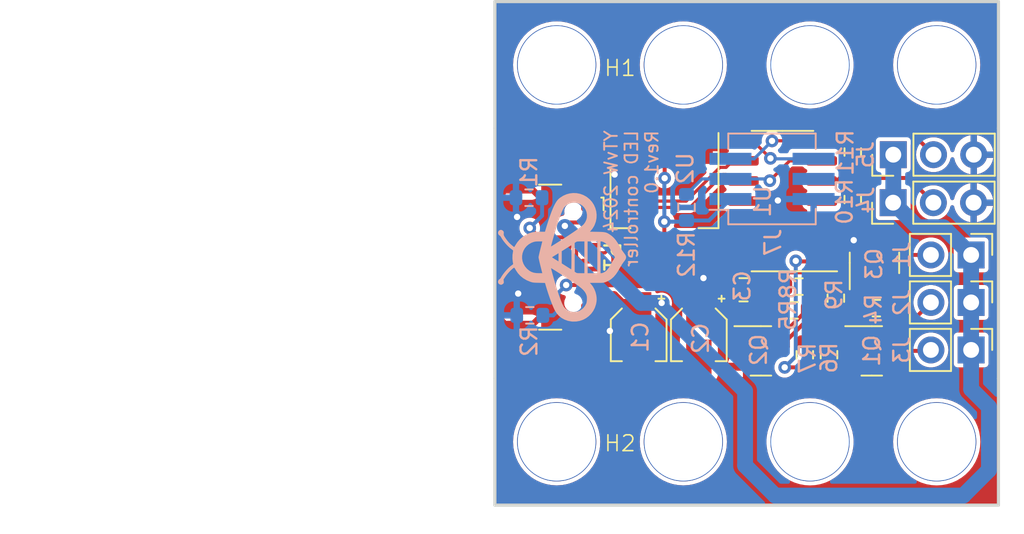
<source format=kicad_pcb>
(kicad_pcb (version 20221018) (generator pcbnew)
  (layers (0 "F.Cu" signal) (31 "B.Cu" signal) (34 "B.Paste" user) (35 "F.Paste" user) (36 "B.SilkS" user "B.Silkscreen") (37 "F.SilkS" user "F.Silkscreen") (38 "B.Mask" user) (39 "F.Mask" user) (44 "Edge.Cuts" user))
  (net 0 "")
  (net 1 "GND")
  (net 2 "+3V3")
  (net 3 "+5V")
  (net 4 "Net-(J1-Pin_2)")
  (net 5 "Net-(J2-Pin_2)")
  (net 6 "Net-(J3-Pin_2)")
  (net 7 "Net-(J4-Pin_2)")
  (net 8 "Net-(J5-Pin_2)")
  (net 9 "Net-(Q1-B)")
  (net 10 "Net-(P1-CC1)")
  (net 11 "Net-(Q2-B)")
  (net 12 "Net-(P1-CC2)")
  (net 13 "Net-(Q3-B)")
  (net 14 "/LED3")
  (net 15 "/LED2")
  (net 16 "/LED1")
  (net 17 "/DL1")
  (net 18 "/DL2")
  (net 21 "Net-(J7-Pin_2)")
  (net 22 "Net-(J7-Pin_3)")
  (net 23 "Net-(J7-Pin_4)")
  (net 25 "/USB_N")
  (net 26 "/USB_P")
  (footprint "Resistor_SMD:R_0603_1608Metric" (layer "F.Cu") (at 202.6 81.5 -90)
    (fp_text reference "R11" (at 0.04 0.47 90) (layer "B.SilkS") (effects (justify mirror)))
    (fp_text value "470")
    (pad "1" smd roundrect (at -0.825 0 270) (size 0.8 0.95) (layers "F.Cu" "F.Paste" "F.Mask") (net 8 "Net-(J5-Pin_2)"))
    (pad "2" smd roundrect (at 0.825 0 270) (size 0.8 0.95) (layers "F.Cu" "F.Paste" "F.Mask") (net 18 "/DL2"))
  )
  (footprint "Capacitor_SMD:CP_Elec_3x5.3" (layer "F.Cu") (at 189.08 92.95 -90)
    (fp_text reference "C1" (at 0.24 -0.1 90) (layer "B.SilkS") (effects (justify mirror)))
    (fp_text value "10u")
    (pad "1" smd rect (at -1.5 0 270) (size 2.2 1.6) (layers "F.Cu" "F.Paste" "F.Mask") (net 3 "+5V"))
    (pad "2" smd rect (at 1.5 0 270) (size 2.2 1.6) (layers "F.Cu" "F.Paste" "F.Mask") (net 1 "GND"))
  )
  (footprint "Resistor_SMD:R_0603_1608Metric" (layer "F.Cu") (at 199.57 94.305 -90)
    (fp_text reference "R7" (at 0.215 -0.17 90) (layer "B.SilkS") (effects (justify mirror)))
    (fp_text value "1k")
    (pad "1" smd roundrect (at -0.825 0 270) (size 0.8 0.95) (layers "F.Cu" "F.Paste" "F.Mask") (net 9 "Net-(Q1-B)"))
    (pad "2" smd roundrect (at 0.825 0 270) (size 0.8 0.95) (layers "F.Cu" "F.Paste" "F.Mask") (net 14 "/LED3"))
  )
  (footprint "Connector_PinHeader_2.54mm:PinHeader_1x02_P2.54mm_Vertical" (layer "F.Cu") (at 210.075 88 -90)
    (fp_text reference "J1" (at 0 4.375 90) (layer "B.SilkS") (effects (justify mirror)))
    (fp_text value "Conn_01x02")
    (pad "1" thru_hole rect (at 0 0 270) (size 1.7 1.7) (drill 1) (layers "*.Cu" "*.Mask") (net 3 "+5V"))
    (pad "2" thru_hole oval (at 0 2.54 270) (size 1.7 1.7) (drill 1) (layers "*.Cu" "*.Mask") (net 4 "Net-(J1-Pin_2)"))
  )
  (footprint "Package_SO:SOIC-14_3.9x8.7mm_P1.27mm" (layer "F.Cu") (at 198.16 84.6 180)
    (fp_text reference "U1" (at 1.25 -0.02 90) (layer "B.SilkS") (effects (justify mirror)))
    (fp_text value "ATSAMD11C14A-SS")
    (pad "1" smd roundrect (at -2.475 -3.81 180) (size 1.95 0.6) (layers "F.Cu" "F.Paste" "F.Mask") (net 14 "/LED3"))
    (pad "2" smd roundrect (at -2.475 -2.54 180) (size 1.95 0.6) (layers "F.Cu" "F.Paste" "F.Mask"))
    (pad "3" smd roundrect (at -2.475 -1.27 180) (size 1.95 0.6) (layers "F.Cu" "F.Paste" "F.Mask"))
    (pad "4" smd roundrect (at -2.475 0 180) (size 1.95 0.6) (layers "F.Cu" "F.Paste" "F.Mask") (net 17 "/DL1"))
    (pad "5" smd roundrect (at -2.475 1.27 180) (size 1.95 0.6) (layers "F.Cu" "F.Paste" "F.Mask") (net 18 "/DL2"))
    (pad "6" smd roundrect (at -2.475 2.54 180) (size 1.95 0.6) (layers "F.Cu" "F.Paste" "F.Mask") (net 21 "Net-(J7-Pin_2)"))
    (pad "7" smd roundrect (at -2.475 3.81 180) (size 1.95 0.6) (layers "F.Cu" "F.Paste" "F.Mask") (net 22 "Net-(J7-Pin_3)"))
    (pad "8" smd roundrect (at 2.475 3.81 180) (size 1.95 0.6) (layers "F.Cu" "F.Paste" "F.Mask") (net 23 "Net-(J7-Pin_4)"))
    (pad "9" smd roundrect (at 2.475 2.54 180) (size 1.95 0.6) (layers "F.Cu" "F.Paste" "F.Mask") (net 25 "/USB_N"))
    (pad "10" smd roundrect (at 2.475 1.27 180) (size 1.95 0.6) (layers "F.Cu" "F.Paste" "F.Mask") (net 26 "/USB_P"))
    (pad "11" smd roundrect (at 2.475 0 180) (size 1.95 0.6) (layers "F.Cu" "F.Paste" "F.Mask") (net 1 "GND"))
    (pad "12" smd roundrect (at 2.475 -1.27 180) (size 1.95 0.6) (layers "F.Cu" "F.Paste" "F.Mask") (net 2 "+3V3"))
    (pad "13" smd roundrect (at 2.475 -2.54 180) (size 1.95 0.6) (layers "F.Cu" "F.Paste" "F.Mask") (net 16 "/LED1"))
    (pad "14" smd roundrect (at 2.475 -3.81 180) (size 1.95 0.6) (layers "F.Cu" "F.Paste" "F.Mask") (net 15 "/LED2"))
  )
  (footprint "Resistor_SMD:R_0603_1608Metric" (layer "F.Cu") (at 198.9 91.5)
    (fp_text reference "R5" (at -0.4 0.3 90) (layer "B.SilkS") (effects (justify mirror)))
    (fp_text value "10k" hide)
    (pad "1" smd roundrect (at -0.825 0) (size 0.8 0.95) (layers "F.Cu" "F.Paste" "F.Mask") (net 1 "GND"))
    (pad "2" smd roundrect (at 0.825 0) (size 0.8 0.95) (layers "F.Cu" "F.Paste" "F.Mask") (net 11 "Net-(Q2-B)"))
  )
  (footprint "Lego:LEGO 4Studs" (layer "F.Cu") (at 185 80)
    (fp_text reference "H1" (at 2.9 -3.8 unlocked) (layer "F.SilkS") (effects (font (thickness 0.1))))
    (fp_text value "MountingHole")
    (pad "" np_thru_hole circle locked (at -1.1 -4) (size 5 5) (drill 4.9) (layers "F&B.Cu" "*.Mask"))
    (pad "" np_thru_hole circle locked (at 6.9 -4) (size 5 5) (drill 4.9) (layers "F&B.Cu" "*.Mask"))
    (pad "" np_thru_hole circle locked (at 14.9 -4) (size 5 5) (drill 4.9) (layers "F&B.Cu" "*.Mask"))
    (pad "" np_thru_hole circle locked (at 22.9 -4) (size 5 5) (drill 4.9) (layers "F&B.Cu" "*.Mask"))
  )
  (footprint "Connector_USB:USB_C_Receptacle_GCT_USB4110" (layer "F.Cu") (at 182.35 88.14 -90)
    (fp_text reference "P1" (at 0 -5.015 -90 unlocked) (layer "F.SilkS"))
    (fp_text value "USB_C_Plug_USB2.0")
    (pad "" np_thru_hole circle (at -2.89 -2.605 270) (size 0.65 0.65) (drill 0.65) (layers "F&B.Cu" "*.Mask"))
    (pad "" np_thru_hole circle (at 2.89 -2.605 270) (size 0.65 0.65) (drill 0.65) (layers "F&B.Cu" "*.Mask"))
    (pad "A1" smd roundrect (at -3.2 -3.68 270) (size 0.6 1.15) (layers "F.Cu" "F.Paste" "F.Mask") (net 1 "GND"))
    (pad "A4" smd roundrect (at -2.4 -3.68 270) (size 0.6 1.15) (layers "F.Cu" "F.Paste" "F.Mask") (net 3 "+5V"))
    (pad "A5" smd roundrect (at -1.25 -3.68 270) (size 0.3 1.15) (layers "F.Cu" "F.Paste" "F.Mask") (net 10 "Net-(P1-CC1)"))
    (pad "A6" smd roundrect (at -0.25 -3.68 270) (size 0.3 1.15) (layers "F.Cu" "F.Paste" "F.Mask") (net 26 "/USB_P"))
    (pad "A7" smd roundrect (at 0.25 -3.68 270) (size 0.3 1.15) (layers "F.Cu" "F.Paste" "F.Mask") (net 25 "/USB_N"))
    (pad "A8" smd roundrect (at 1.25 -3.68 270) (size 0.3 1.15) (layers "F.Cu" "F.Paste" "F.Mask"))
    (pad "A9" smd roundrect (at 2.4 -3.68 270) (size 0.6 1.15) (layers "F.Cu" "F.Paste" "F.Mask") (net 3 "+5V"))
    (pad "A12" smd roundrect (at 3.2 -3.68 270) (size 0.6 1.15) (layers "F.Cu" "F.Paste" "F.Mask") (net 1 "GND"))
    (pad "B1" smd roundrect (at 3.2 -3.68 270) (size 0.6 1.15) (layers "F.Cu" "F.Paste" "F.Mask") (net 1 "GND"))
    (pad "B4" smd roundrect (at 2.4 -3.68 270) (size 0.6 1.15) (layers "F.Cu" "F.Paste" "F.Mask") (net 3 "+5V"))
    (pad "B5" smd roundrect (at 1.75 -3.68 270) (size 0.3 1.15) (layers "F.Cu" "F.Paste" "F.Mask") (net 12 "Net-(P1-CC2)"))
    (pad "B6" smd roundrect (at 0.75 -3.68 270) (size 0.3 1.15) (layers "F.Cu" "F.Paste" "F.Mask") (net 26 "/USB_P"))
    (pad "B7" smd roundrect (at -0.75 -3.68 270) (size 0.3 1.15) (layers "F.Cu" "F.Paste" "F.Mask") (net 25 "/USB_N"))
    (pad "B8" smd roundrect (at -1.75 -3.68 270) (size 0.3 1.15) (layers "F.Cu" "F.Paste" "F.Mask"))
    (pad "B9" smd roundrect (at -2.4 -3.68 270) (size 0.6 1.15) (layers "F.Cu" "F.Paste" "F.Mask") (net 3 "+5V"))
    (pad "B12" smd roundrect (at -3.2 -3.68 270) (size 0.6 1.15) (layers "F.Cu" "F.Paste" "F.Mask") (net 1 "GND"))
    (pad "S1" smd roundrect (at -5.11 -3.105 270) (size 2.18 2) (layers "F.Cu" "F.Paste" "F.Mask") (roundrect_rratio 0.125) (net 1 "GND"))
    (pad "S1" smd roundrect (at -5.11 0.825 270) (size 2.18 2) (layers "F.Cu" "F.Paste" "F.Mask") (roundrect_rratio 0.125) (net 1 "GND"))
    (pad "S1" smd roundrect (at 5.11 -3.105 270) (size 2.18 2) (layers "F.Cu" "F.Paste" "F.Mask") (roundrect_rratio 0.125) (net 1 "GND"))
    (pad "S1" smd roundrect (at 5.11 0.825 270) (size 2.18 2) (layers "F.Cu" "F.Paste" "F.Mask") (roundrect_rratio 0.125) (net 1 "GND"))
  )
  (footprint "Connector_PinHeader_2.54mm:PinHeader_1x02_P2.54mm_Vertical" (layer "F.Cu") (at 210.075 94 -90)
    (fp_text reference "J3" (at 0 4.375 90) (layer "B.SilkS") (effects (justify mirror)))
    (fp_text value "Conn_01x02")
    (pad "1" thru_hole rect (at 0 0 270) (size 1.7 1.7) (drill 1) (layers "*.Cu" "*.Mask") (net 3 "+5V"))
    (pad "2" thru_hole oval (at 0 2.54 270) (size 1.7 1.7) (drill 1) (layers "*.Cu" "*.Mask") (net 6 "Net-(J3-Pin_2)"))
  )
  (footprint "Package_TO_SOT_SMD:SOT-23" (layer "F.Cu") (at 203.97 88.5 90)
    (fp_text reference "Q3" (at -0.07 -0.03 90) (layer "B.SilkS") (effects (justify mirror)))
    (fp_text value "BC847W")
    (pad "1" smd roundrect (at -0.9375 -0.95 90) (size 1.475 0.6) (layers "F.Cu" "F.Paste" "F.Mask") (net 13 "Net-(Q3-B)"))
    (pad "2" smd roundrect (at -0.9375 0.95 90) (size 1.475 0.6) (layers "F.Cu" "F.Paste" "F.Mask") (net 1 "GND"))
    (pad "3" smd roundrect (at 0.9375 0 90) (size 1.475 0.6) (layers "F.Cu" "F.Paste" "F.Mask") (net 4 "Net-(J1-Pin_2)"))
  )
  (footprint "Resistor_SMD:R_0603_1608Metric" (layer "F.Cu") (at 201.53 90.73 90)
    (fp_text reference "R9" (at 0.22 -0.11 90) (layer "B.SilkS") (effects (justify mirror)))
    (fp_text value "1k" hide)
    (pad "1" smd roundrect (at -0.825 0 90) (size 0.8 0.95) (layers "F.Cu" "F.Paste" "F.Mask") (net 13 "Net-(Q3-B)"))
    (pad "2" smd roundrect (at 0.825 0 90) (size 0.8 0.95) (layers "F.Cu" "F.Paste" "F.Mask") (net 16 "/LED1"))
  )
  (footprint "Resistor_SMD:R_0603_1608Metric" (layer "F.Cu") (at 202.6 84.5 -90)
    (fp_text reference "R10" (at 0.13 0.52 90) (layer "B.SilkS") (effects (justify mirror)))
    (fp_text value "470")
    (pad "1" smd roundrect (at -0.825 0 270) (size 0.8 0.95) (layers "F.Cu" "F.Paste" "F.Mask") (net 7 "Net-(J4-Pin_2)"))
    (pad "2" smd roundrect (at 0.825 0 270) (size 0.8 0.95) (layers "F.Cu" "F.Paste" "F.Mask") (net 17 "/DL1"))
  )
  (footprint "Capacitor_SMD:C_0805_2012Metric" (layer "F.Cu") (at 195.7 90.2 180)
    (fp_text reference "C3" (at 0.08 0.24 90) (layer "B.SilkS") (effects (justify mirror)))
    (fp_text value "100n" hide)
    (pad "1" smd roundrect (at -0.95 0 180) (size 1 1.45) (layers "F.Cu" "F.Paste" "F.Mask") (net 1 "GND"))
    (pad "2" smd roundrect (at 0.95 0 180) (size 1 1.45) (layers "F.Cu" "F.Paste" "F.Mask") (net 2 "+3V3"))
  )
  (footprint "Resistor_SMD:R_0603_1608Metric" (layer "F.Cu") (at 199.2 90 180)
    (fp_text reference "R8" (at 0.685 0.18 90) (layer "B.SilkS") (effects (justify mirror)))
    (fp_text value "1k")
    (pad "1" smd roundrect (at -0.825 0 180) (size 0.8 0.95) (layers "F.Cu" "F.Paste" "F.Mask") (net 11 "Net-(Q2-B)"))
    (pad "2" smd roundrect (at 0.825 0 180) (size 0.8 0.95) (layers "F.Cu" "F.Paste" "F.Mask") (net 15 "/LED2"))
  )
  (footprint "Package_TO_SOT_SMD:SOT-23" (layer "F.Cu") (at 196.8 94.06)
    (fp_text reference "Q2" (at -0.15 -0.06 -90) (layer "B.SilkS") (effects (justify mirror)))
    (fp_text value "BC847W")
    (pad "1" smd roundrect (at -0.9375 -0.95) (size 1.475 0.6) (layers "F.Cu" "F.Paste" "F.Mask") (net 11 "Net-(Q2-B)"))
    (pad "2" smd roundrect (at -0.9375 0.95) (size 1.475 0.6) (layers "F.Cu" "F.Paste" "F.Mask") (net 1 "GND"))
    (pad "3" smd roundrect (at 0.9375 0) (size 1.475 0.6) (layers "F.Cu" "F.Paste" "F.Mask") (net 5 "Net-(J2-Pin_2)"))
  )
  (footprint "Connector_PinHeader_2.54mm:PinHeader_1x03_P2.54mm_Vertical" (layer "F.Cu") (at 205.15 84.7 90)
    (fp_text reference "J4" (at 0.162742 -1.72 90) (layer "B.SilkS") (effects (justify mirror)))
    (fp_text value "Conn_01x03")
    (pad "1" thru_hole rect (at 0 0 90) (size 1.7 1.7) (drill 1) (layers "*.Cu" "*.Mask") (net 3 "+5V"))
    (pad "2" thru_hole oval (at 0 2.54 90) (size 1.7 1.7) (drill 1) (layers "*.Cu" "*.Mask") (net 7 "Net-(J4-Pin_2)"))
    (pad "3" thru_hole oval (at 0 5.08 90) (size 1.7 1.7) (drill 1) (layers "*.Cu" "*.Mask") (net 1 "GND"))
  )
  (footprint "Resistor_SMD:R_0603_1608Metric" (layer "F.Cu") (at 204.09 91.36 180)
    (fp_text reference "R4" (at 0.18 -0.07 90) (layer "B.SilkS") (effects (justify mirror)))
    (fp_text value "10k")
    (pad "1" smd roundrect (at -0.825 0 180) (size 0.8 0.95) (layers "F.Cu" "F.Paste" "F.Mask") (net 1 "GND"))
    (pad "2" smd roundrect (at 0.825 0 180) (size 0.8 0.95) (layers "F.Cu" "F.Paste" "F.Mask") (net 13 "Net-(Q3-B)"))
  )
  (footprint "Lego:LEGO 4Studs" (layer "F.Cu") (at 185 103.8)
    (fp_text reference "H2" (at 2.9 -3.9 unlocked) (layer "F.SilkS") (effects (font (thickness 0.1))))
    (fp_text value "MountingHole")
    (pad "" np_thru_hole circle locked (at -1.1 -4) (size 5 5) (drill 4.9) (layers "F&B.Cu" "*.Mask"))
    (pad "" np_thru_hole circle locked (at 6.9 -4) (size 5 5) (drill 4.9) (layers "F&B.Cu" "*.Mask"))
    (pad "" np_thru_hole circle locked (at 14.9 -4) (size 5 5) (drill 4.9) (layers "F&B.Cu" "*.Mask"))
    (pad "" np_thru_hole circle locked (at 22.9 -4) (size 5 5) (drill 4.9) (layers "F&B.Cu" "*.Mask"))
  )
  (footprint "Connector_PinHeader_2.54mm:PinHeader_1x03_P2.54mm_Vertical" (layer "F.Cu") (at 205.16 81.67 90)
    (fp_text reference "J5" (at 0 -1.76 90) (layer "B.SilkS") (effects (justify mirror)))
    (fp_text value "Conn_01x03")
    (pad "1" thru_hole rect (at 0 0 90) (size 1.7 1.7) (drill 1) (layers "*.Cu" "*.Mask") (net 3 "+5V"))
    (pad "2" thru_hole oval (at 0 2.54 90) (size 1.7 1.7) (drill 1) (layers "*.Cu" "*.Mask") (net 8 "Net-(J5-Pin_2)"))
    (pad "3" thru_hole oval (at 0 5.08 90) (size 1.7 1.7) (drill 1) (layers "*.Cu" "*.Mask") (net 1 "GND"))
  )
  (footprint "Connector_PinHeader_2.54mm:PinHeader_1x02_P2.54mm_Vertical" (layer "F.Cu") (at 210.075 91 -90)
    (fp_text reference "J2" (at 0 4.375 90) (layer "B.SilkS") (effects (justify mirror)))
    (fp_text value "Conn_01x02")
    (pad "1" thru_hole rect (at 0 0 270) (size 1.7 1.7) (drill 1) (layers "*.Cu" "*.Mask") (net 3 "+5V"))
    (pad "2" thru_hole oval (at 0 2.54 270) (size 1.7 1.7) (drill 1) (layers "*.Cu" "*.Mask") (net 5 "Net-(J2-Pin_2)"))
  )
  (footprint "Package_TO_SOT_SMD:SOT-23" (layer "F.Cu") (at 203.8 94.06)
    (fp_text reference "Q1" (at 0 -0.01 -90) (layer "B.SilkS") (effects (justify mirror)))
    (fp_text value "BC847W")
    (pad "1" smd roundrect (at -0.9375 -0.95) (size 1.475 0.6) (layers "F.Cu" "F.Paste" "F.Mask") (net 9 "Net-(Q1-B)"))
    (pad "2" smd roundrect (at -0.9375 0.95) (size 1.475 0.6) (layers "F.Cu" "F.Paste" "F.Mask") (net 1 "GND"))
    (pad "3" smd roundrect (at 0.9375 0) (size 1.475 0.6) (layers "F.Cu" "F.Paste" "F.Mask") (net 6 "Net-(J3-Pin_2)"))
  )
  (footprint "Package_TO_SOT_SMD:SOT-223-3_TabPin2" (layer "F.Cu") (at 190.71 84.4 -90)
    (fp_text reference "U2" (at -1.87 -1.31 90) (layer "B.SilkS") (effects (justify mirror)))
    (fp_text value "AMS1117-3.3")
    (pad "1" smd rect (at -3.15 -2.3 270) (size 2 1.5) (layers "F.Cu" "F.Paste" "F.Mask") (net 1 "GND"))
    (pad "2" smd rect (at -3.15 0 270) (size 2 1.5) (layers "F.Cu" "F.Paste" "F.Mask") (net 2 "+3V3"))
    (pad "2" smd rect (at 3.15 0 270) (size 2 3.8) (layers "F.Cu" "F.Paste" "F.Mask") (net 2 "+3V3"))
    (pad "3" smd rect (at -3.15 2.3 270) (size 2 1.5) (layers "F.Cu" "F.Paste" "F.Mask") (net 3 "+5V"))
  )
  (footprint "Resistor_SMD:R_0603_1608Metric" (layer "F.Cu") (at 201.1 94.3 90)
    (fp_text reference "R6" (at -0.2 0 90) (layer "B.SilkS") (effects (justify mirror)))
    (fp_text value "10k")
    (pad "1" smd roundrect (at -0.825 0 90) (size 0.8 0.95) (layers "F.Cu" "F.Paste" "F.Mask") (net 1 "GND"))
    (pad "2" smd roundrect (at 0.825 0 90) (size 0.8 0.95) (layers "F.Cu" "F.Paste" "F.Mask") (net 9 "Net-(Q1-B)"))
  )
  (footprint "Capacitor_SMD:CP_Elec_3x5.3" (layer "F.Cu") (at 192.88 92.95 -90)
    (fp_text reference "C2" (at 0.32 -0.11 90) (layer "B.SilkS") (effects (justify mirror)))
    (fp_text value "22u")
    (pad "1" smd rect (at -1.5 0 270) (size 2.2 1.6) (layers "F.Cu" "F.Paste" "F.Mask") (net 2 "+3V3"))
    (pad "2" smd rect (at 1.5 0 270) (size 2.2 1.6) (layers "F.Cu" "F.Paste" "F.Mask") (net 1 "GND"))
  )
  (footprint "Resistor_SMD:R_0603_1608Metric" (layer "B.Cu") (at 182.155 84.385 180)
    (fp_text reference "R1" (at 0 1.63 -90) (layer "B.SilkS") (effects (justify mirror)))
    (fp_text value "5k1")
    (pad "1" smd roundrect (at -0.825 0 180) (size 0.8 0.95) (layers "B.Cu" "B.Paste" "B.Mask") (net 10 "Net-(P1-CC1)"))
    (pad "2" smd roundrect (at 0.825 0 180) (size 0.8 0.95) (layers "B.Cu" "B.Paste" "B.Mask") (net 1 "GND"))
  )
  (footprint "Custom:bee logo small" (layer "B.Cu") (at 184.24 88.15 -90)
    (fp_text reference "G***" hide)
    (fp_text value "LOGO" hide)
  )
  (footprint "Resistor_SMD:R_0603_1608Metric" (layer "B.Cu") (at 182.205 91.815 180)
    (fp_text reference "R2" (at 0.045 -1.635 -90) (layer "B.SilkS") (effects (justify mirror)))
    (fp_text value "5k1")
    (pad "1" smd roundrect (at -0.825 0 180) (size 0.8 0.95) (layers "B.Cu" "B.Paste" "B.Mask") (net 12 "Net-(P1-CC2)"))
    (pad "2" smd roundrect (at 0.825 0 180) (size 0.8 0.95) (layers "B.Cu" "B.Paste" "B.Mask") (net 1 "GND"))
  )
  (footprint "Resistor_SMD:R_0603_1608Metric" (layer "B.Cu") (at 192.1 85 90)
    (fp_text reference "R12" (at -2.98 0 90) (layer "B.SilkS") (effects (justify mirror)))
    (fp_text value "5k1")
    (pad "1" smd roundrect (at -0.825 0 90) (size 0.8 0.95) (layers "B.Cu" "B.Paste" "B.Mask") (net 2 "+3V3"))
    (pad "2" smd roundrect (at 0.825 0 90) (size 0.8 0.95) (layers "B.Cu" "B.Paste" "B.Mask") (net 21 "Net-(J7-Pin_2)"))
  )
  (footprint "Button_Switch_SMD:SW_DIP_SPSTx03_Slide_KingTek_DSHP03TJ_W5.25mm_P1.27mm_JPin" (layer "B.Cu") (at 197.5 83.2)
    (fp_text reference "J7" (at 0.06 4.005 90) (layer "B.SilkS") (effects (justify mirror)))
    (fp_text value "Conn_01x06_Pin")
    (pad "1" smd rect (at -2.625 1.27) (size 2.65 0.76) (layers "B.Cu" "B.Paste" "B.Mask") (net 2 "+3V3"))
    (pad "2" smd rect (at -2.625 0) (size 2.65 0.76) (layers "B.Cu" "B.Paste" "B.Mask") (net 21 "Net-(J7-Pin_2)"))
    (pad "3" smd rect (at -2.625 -1.27) (size 2.65 0.76) (layers "B.Cu" "B.Paste" "B.Mask") (net 22 "Net-(J7-Pin_3)"))
    (pad "4" smd rect (at 2.625 -1.27) (size 2.65 0.76) (layers "B.Cu" "B.Paste" "B.Mask") (net 23 "Net-(J7-Pin_4)"))
    (pad "5" smd rect (at 2.625 0) (size 2.65 0.76) (layers "B.Cu" "B.Paste" "B.Mask"))
    (pad "6" smd rect (at 2.625 1.27) (size 2.65 0.76) (layers "B.Cu" "B.Paste" "B.Mask") (net 1 "GND"))
  )
  (gr_line locked (start 211.8 80) (end 211.8 95.8) (stroke (width 0.2)) (layer "Edge.Cuts"))
  (gr_line (start 180 103.8) (end 211.8 103.8) (stroke (width 0.2)) (layer "Edge.Cuts"))
  (gr_line (start 211.8 72) (end 211.8 80) (stroke (width 0.2)) (layer "Edge.Cuts"))
  (gr_line (start 180 95.8) (end 180 103.8) (stroke (width 0.2)) (layer "Edge.Cuts"))
  (gr_line (start 180 80) (end 180 72) (stroke (width 0.2)) (layer "Edge.Cuts"))
  (gr_line (start 180 72) (end 211.8 72) (stroke (width 0.2)) (layer "Edge.Cuts"))
  (gr_line (start 211.8 103.8) (end 211.8 95.8) (stroke (width 0.2)) (layer "Edge.Cuts"))
  (gr_line locked (start 180 95.8) (end 180 80) (stroke (width 0.2)) (layer "Edge.Cuts"))
  (gr_text "YTvW 2024 \nLED controller\nRev1.0" (at 190.38 80.06 90) (layer "B.SilkS") (effects (font (size 0.8 0.8) (thickness 0.12) bold) (justify left bottom mirror)))
  (via (at 181.4 85.6) (size 0.8) (drill 0.4) (layers "F.Cu" "B.Cu") (net 1))
  (via (at 193.17 89.46) (size 0.8) (drill 0.4) (layers "F.Cu" "B.Cu") (net 1))
  (via (at 202.66 87.07) (size 0.8) (drill 0.4) (layers "F.Cu" "B.Cu") (net 1))
  (via (at 197.87 84.56) (size 0.8) (drill 0.4) (layers "F.Cu" "B.Cu") (net 1))
  (via (at 187.26 92.8) (size 0.8) (drill 0.4) (layers "F.Cu" "B.Cu") (net 1))
  (via (at 181.47 90.44) (size 0.8) (drill 0.4) (layers "F.Cu" "B.Cu") (net 1))
  (via (at 187.56 82.92) (size 0.8) (drill 0.4) (layers "F.Cu" "B.Cu") (net 1))
  (segment (start 190.7 85.9) (end 190.7 87.54) (width 0.25) (layer "F.Cu") (net 2))
  (segment (start 194.26 90.99) (end 195.05 90.2) (width 0.25) (layer "F.Cu") (net 2))
  (segment (start 190.7 87.54) (end 190.71 87.55) (width 0.25) (layer "F.Cu") (net 2))
  (segment (start 190.71 89) (end 192.7 90.99) (width 0.25) (layer "F.Cu") (net 2))
  (segment (start 190.72 83.15) (end 190.72 81.26) (width 0.25) (layer "F.Cu") (net 2))
  (segment (start 190.72 81.26) (end 190.71 81.25) (width 0.25) (layer "F.Cu") (net 2))
  (segment (start 194.1 86.3) (end 194.1 89.25) (width 0.25) (layer "F.Cu") (net 2))
  (segment (start 192.7 90.99) (end 194.26 90.99) (width 0.25) (layer "F.Cu") (net 2))
  (segment (start 194.53 85.87) (end 194.1 86.3) (width 0.25) (layer "F.Cu") (net 2))
  (segment (start 190.71 87.55) (end 190.71 89) (width 0.25) (layer "F.Cu") (net 2))
  (segment (start 195.625 85.87) (end 194.53 85.87) (width 0.25) (layer "F.Cu") (net 2))
  (segment (start 194.1 89.25) (end 195.05 90.2) (width 0.25) (layer "F.Cu") (net 2))
  (via (at 190.72 83.15) (size 0.8) (drill 0.4) (layers "F.Cu" "B.Cu") (net 2))
  (via (at 190.7 85.9) (size 0.8) (drill 0.4) (layers "F.Cu" "B.Cu") (net 2))
  (segment (start 190.7 85.9) (end 192.025 85.9) (width 0.25) (layer "B.Cu") (net 2))
  (segment (start 193.52 85.825) (end 194.875 84.47) (width 0.25) (layer "B.Cu") (net 2))
  (segment (start 190.72 83.15) (end 190.7 83.17) (width 0.25) (layer "B.Cu") (net 2))
  (segment (start 192.025 85.9) (end 192.1 85.825) (width 0.25) (layer "B.Cu") (net 2))
  (segment (start 190.7 83.17) (end 190.7 85.9) (width 0.25) (layer "B.Cu") (net 2))
  (segment (start 192.1 85.825) (end 193.52 85.825) (width 0.25) (layer "B.Cu") (net 2))
  (segment (start 185.454949 85.74) (end 186.480908 85.74) (width 0.25) (layer "F.Cu") (net 3))
  (segment (start 186.480908 85.74) (end 188.41 83.810908) (width 0.25) (layer "F.Cu") (net 3))
  (segment (start 187.54 90.54) (end 186.03 90.54) (width 0.5) (layer "F.Cu") (net 3))
  (segment (start 188.41 83.810908) (end 188.41 81.25) (width 0.25) (layer "F.Cu") (net 3))
  (segment (start 185.244949 85.95) (end 185.454949 85.74) (width 0.25) (layer "F.Cu") (net 3))
  (segment (start 188.03 91.03) (end 187.54 90.54) (width 0.5) (layer "F.Cu") (net 3))
  (segment (start 190.53 91.03) (end 188.03 91.03) (width 0.5) (layer "F.Cu") (net 3))
  (segment (start 184.417322 86.165) (end 184.529949 86.165) (width 0.25) (layer "F.Cu") (net 3))
  (segment (start 184.744949 85.95) (end 185.244949 85.95) (width 0.25) (layer "F.Cu") (net 3))
  (segment (start 184.529949 86.165) (end 184.744949 85.95) (width 0.25) (layer "F.Cu") (net 3))
  (via (at 190.53 91.03) (size 0.8) (drill 0.4) (layers "F.Cu" "B.Cu") (net 3))
  (via (at 184.417322 86.165) (size 0.8) (drill 0.4) (layers "F.Cu" "B.Cu") (net 3))
  (segment (start 210.075 96.475) (end 210.075 94) (width 1) (layer "B.Cu") (net 3))
  (segment (start 190.53 91.03) (end 190.53 91.33) (width 1) (layer "B.Cu") (net 3))
  (segment (start 205.16 81.67) (end 205.16 84.69) (width 1) (layer "B.Cu") (net 3))
  (segment (start 189.21472 91.03) (end 184.417322 86.232602) (width 1) (layer "B.Cu") (net 3))
  (segment (start 195.8 101.3) (end 197.7 103.2) (width 1) (layer "B.Cu") (net 3))
  (segment (start 208.325 86.25) (end 210.075 88) (width 1) (layer "B.Cu") (net 3))
  (segment (start 205.16 84.69) (end 205.15 84.7) (width 1) (layer "B.Cu") (net 3))
  (segment (start 209.58 103.2) (end 211.2 101.58) (width 1) (layer "B.Cu") (net 3))
  (segment (start 211.2 101.58) (end 211.2 97.6) (width 1) (layer "B.Cu") (net 3))
  (segment (start 205.15 84.7) (end 206.7 86.25) (width 1) (layer "B.Cu") (net 3))
  (segment (start 210.075 91) (end 210.075 94) (width 1) (layer "B.Cu") (net 3))
  (segment (start 190.53 91.33) (end 195.8 96.6) (width 1) (layer "B.Cu") (net 3))
  (segment (start 195.8 96.6) (end 195.8 101.3) (width 1) (layer "B.Cu") (net 3))
  (segment (start 197.7 103.2) (end 209.58 103.2) (width 1) (layer "B.Cu") (net 3))
  (segment (start 210.075 88) (end 210.075 91) (width 1) (layer "B.Cu") (net 3))
  (segment (start 211.2 97.6) (end 210.075 96.475) (width 1) (layer "B.Cu") (net 3))
  (segment (start 206.7 86.25) (end 208.325 86.25) (width 1) (layer "B.Cu") (net 3))
  (segment (start 190.53 91.03) (end 189.21472 91.03) (width 1) (layer "B.Cu") (net 3))
  (segment (start 203.97 87.5625) (end 204.1625 87.5625) (width 0.25) (layer "F.Cu") (net 4))
  (segment (start 204.1625 87.5625) (end 204.6 88) (width 0.25) (layer "F.Cu") (net 4))
  (segment (start 204.6 88) (end 207.535 88) (width 0.25) (layer "F.Cu") (net 4))
  (segment (start 206.135 92.4) (end 207.535 91) (width 0.25) (layer "F.Cu") (net 5))
  (segment (start 199.426996 92.4) (end 206.135 92.4) (width 0.25) (layer "F.Cu") (net 5))
  (segment (start 197.5375 94.06) (end 198.24 94.06) (width 0.25) (layer "F.Cu") (net 5))
  (segment (start 198.5 93.8) (end 198.5 93.326996) (width 0.25) (layer "F.Cu") (net 5))
  (segment (start 198.5 93.326996) (end 199.426996 92.4) (width 0.25) (layer "F.Cu") (net 5))
  (segment (start 198.24 94.06) (end 198.5 93.8) (width 0.25) (layer "F.Cu") (net 5))
  (segment (start 204.7375 94.06) (end 207.475 94.06) (width 0.25) (layer "F.Cu") (net 6))
  (segment (start 207.475 94.06) (end 207.535 94) (width 0.25) (layer "F.Cu") (net 6))
  (segment (start 206.13 83.14) (end 207.69 84.7) (width 0.25) (layer "F.Cu") (net 7))
  (segment (start 202.6 83.675) (end 203.325 83.675) (width 0.25) (layer "F.Cu") (net 7))
  (segment (start 203.86 83.14) (end 206.13 83.14) (width 0.25) (layer "F.Cu") (net 7))
  (segment (start 203.325 83.675) (end 203.86 83.14) (width 0.25) (layer "F.Cu") (net 7))
  (segment (start 203.025 80.25) (end 206.28 80.25) (width 0.25) (layer "F.Cu") (net 8))
  (segment (start 202.6 80.675) (end 203.025 80.25) (width 0.25) (layer "F.Cu") (net 8))
  (segment (start 206.28 80.25) (end 207.7 81.67) (width 0.25) (layer "F.Cu") (net 8))
  (segment (start 201.99 93.11) (end 202.8625 93.11) (width 0.25) (layer "F.Cu") (net 9))
  (segment (start 201.1 93.375) (end 201.725 93.375) (width 0.25) (layer "F.Cu") (net 9))
  (segment (start 199.57 93.48) (end 201.095 93.48) (width 0.25) (layer "F.Cu") (net 9))
  (segment (start 201.725 93.375) (end 201.99 93.11) (width 0.25) (layer "F.Cu") (net 9))
  (segment (start 201.095 93.48) (end 201.1 93.475) (width 0.25) (layer "F.Cu") (net 9))
  (segment (start 182.79 86.89) (end 186.03 86.89) (width 0.25) (layer "F.Cu") (net 10))
  (segment (start 182.2 86.3) (end 182.79 86.89) (width 0.25) (layer "F.Cu") (net 10))
  (via (at 182.2 86.3) (size 0.8) (drill 0.4) (layers "F.Cu" "B.Cu") (net 10))
  (segment (start 182.2 86.3) (end 182.98 85.52) (width 0.25) (layer "B.Cu") (net 10))
  (segment (start 182.98 85.52) (end 182.98 84.385) (width 0.25) (layer "B.Cu") (net 10))
  (segment (start 199.8 90.225) (end 199.8 91.3906) (width 0.25) (layer "F.Cu") (net 11))
  (segment (start 200.025 90) (end 199.8 90.225) (width 0.25) (layer "F.Cu") (net 11))
  (segment (start 199.8 91.3906) (end 198.0806 93.11) (width 0.25) (layer "F.Cu") (net 11))
  (segment (start 198.0806 93.11) (end 195.6625 93.11) (width 0.25) (layer "F.Cu") (net 11))
  (segment (start 185.377236 89.9) (end 185.387236 89.89) (width 0.25) (layer "F.Cu") (net 12))
  (segment (start 185.387236 89.89) (end 186.03 89.89) (width 0.25) (layer "F.Cu") (net 12))
  (segment (start 184.5 89.9) (end 185.377236 89.9) (width 0.25) (layer "F.Cu") (net 12))
  (via (at 184.5 89.9) (size 0.8) (drill 0.4) (layers "F.Cu" "B.Cu") (net 12))
  (segment (start 184 90.4) (end 184 91.5) (width 0.25) (layer "B.Cu") (net 12))
  (segment (start 183.685 91.815) (end 183.03 91.815) (width 0.25) (layer "B.Cu") (net 12))
  (segment (start 184.5 89.9) (end 184 90.4) (width 0.25) (layer "B.Cu") (net 12))
  (segment (start 184 91.5) (end 183.685 91.815) (width 0.25) (layer "B.Cu") (net 12))
  (segment (start 201.53 91.555) (end 202.97 91.555) (width 0.25) (layer "F.Cu") (net 13))
  (segment (start 203.1 91.425) (end 203.1 89.5175) (width 0.25) (layer "F.Cu") (net 13))
  (segment (start 202.97 91.555) (end 203.1 91.425) (width 0.25) (layer "F.Cu") (net 13))
  (segment (start 203.1 89.5175) (end 203.02 89.4375) (width 0.25) (layer "F.Cu") (net 13))
  (segment (start 199.54 95.1) (end 199.57 95.13) (width 0.25) (layer "F.Cu") (net 14))
  (segment (start 198.3 95.1) (end 199.54 95.1) (width 0.25) (layer "F.Cu") (net 14))
  (segment (start 199 88.375) (end 199.035 88.41) (width 0.25) (layer "F.Cu") (net 14))
  (segment (start 199.035 88.41) (end 200.575 88.41) (width 0.25) (layer "F.Cu") (net 14))
  (via (at 199 88.375) (size 0.8) (drill 0.4) (layers "F.Cu" "B.Cu") (net 14))
  (via (at 198.3 95.1) (size 0.8) (drill 0.4) (layers "F.Cu" "B.Cu") (net 14))
  (segment (start 198.3 95.1) (end 199 94.4) (width 0.25) (layer "B.Cu") (net 14))
  (segment (start 199 94.4) (end 199 88.375) (width 0.25) (layer "B.Cu") (net 14))
  (segment (start 196.785 88.41) (end 198.375 90) (width 0.25) (layer "F.Cu") (net 15))
  (segment (start 195.625 88.41) (end 196.785 88.41) (width 0.25) (layer "F.Cu") (net 15))
  (segment (start 196.34 87.14) (end 198.3 89.1) (width 0.25) (layer "F.Cu") (net 16))
  (segment (start 200.725 89.1) (end 201.53 89.905) (width 0.25) (layer "F.Cu") (net 16))
  (segment (start 195.625 87.14) (end 196.34 87.14) (width 0.25) (layer "F.Cu") (net 16))
  (segment (start 198.3 89.1) (end 200.725 89.1) (width 0.25) (layer "F.Cu") (net 16))
  (segment (start 200.575 84.6) (end 201.875 84.6) (width 0.25) (layer "F.Cu") (net 17))
  (segment (start 201.875 84.6) (end 202.6 85.325) (width 0.25) (layer "F.Cu") (net 17))
  (segment (start 200.575 83.33) (end 201.595 83.33) (width 0.25) (layer "F.Cu") (net 18))
  (segment (start 201.595 83.33) (end 202.6 82.325) (width 0.25) (layer "F.Cu") (net 18))
  (segment (start 197.36 83.31) (end 198.61 82.06) (width 0.2) (layer "F.Cu") (net 21))
  (segment (start 198.61 82.06) (end 200.575 82.06) (width 0.2) (layer "F.Cu") (net 21))
  (via (at 197.36 83.31) (size 0.8) (drill 0.4) (layers "F.Cu" "B.Cu") (net 21))
  (segment (start 193.075 83.2) (end 194.875 83.2) (width 0.2) (layer "B.Cu") (net 21))
  (segment (start 197.36 83.31) (end 197.25 83.2) (width 0.2) (layer "B.Cu") (net 21))
  (segment (start 192.1 84.175) (end 193.075 83.2) (width 0.2) (layer "B.Cu") (net 21))
  (segment (start 197.25 83.2) (end 194.875 83.2) (width 0.2) (layer "B.Cu") (net 21))
  (segment (start 197.5 80.8) (end 197.51 80.79) (width 0.2) (layer "F.Cu") (net 22))
  (segment (start 197.51 80.79) (end 200.575 80.79) (width 0.2) (layer "F.Cu") (net 22))
  (via (at 197.5 80.8) (size 0.8) (drill 0.4) (layers "F.Cu" "B.Cu") (net 22))
  (segment (start 197.5 80.8) (end 196.37 81.93) (width 0.2) (layer "B.Cu") (net 22))
  (segment (start 196.37 81.93) (end 194.875 81.93) (width 0.2) (layer "B.Cu") (net 22))
  (segment (start 196.29 80.79) (end 195.625 80.79) (width 0.2) (layer "F.Cu") (net 23))
  (segment (start 197.4 81.9) (end 196.29 80.79) (width 0.2) (layer "F.Cu") (net 23))
  (via (at 197.4 81.9) (size 0.8) (drill 0.4) (layers "F.Cu" "B.Cu") (net 23))
  (segment (start 197.4 81.9) (end 197.43 81.93) (width 0.2) (layer "B.Cu") (net 23))
  (segment (start 197.43 81.93) (end 200.125 81.93) (width 0.2) (layer "B.Cu") (net 23))
  (segment (start 185.155 88.12241) (end 185.42259 88.39) (width 0.2) (layer "F.Cu") (net 25))
  (segment (start 192.0818 84.6) (end 194.2118 82.47) (width 0.2) (layer "F.Cu") (net 25))
  (segment (start 186.455 87.39) (end 186.48 87.415) (width 0.2) (layer "F.Cu") (net 25))
  (segment (start 186.48 87.415) (end 186.7668 87.415) (width 0.2) (layer "F.Cu") (net 25))
  (segment (start 194.95 82.06) (end 195.625 82.06) (width 0.2) (layer "F.Cu") (net 25))
  (segment (start 186.03 87.39) (end 185.42259 87.39) (width 0.2) (layer "F.Cu") (net 25))
  (segment (start 185.42259 87.39) (end 185.155 87.65759) (width 0.2) (layer "F.Cu") (net 25))
  (segment (start 195.01 82.06) (end 195.685 82.06) (width 0.2) (layer "F.Cu") (net 25))
  (segment (start 194.2118 82.47) (end 194.6 82.47) (width 0.2) (layer "F.Cu") (net 25))
  (segment (start 186.03 87.39) (end 186.455 87.39) (width 0.2) (layer "F.Cu") (net 25))
  (segment (start 194.6 82.47) (end 195.01 82.06) (width 0.2) (layer "F.Cu") (net 25))
  (segment (start 186.7668 87.415) (end 189.5818 84.6) (width 0.2) (layer "F.Cu") (net 25))
  (segment (start 185.42259 88.39) (end 186.03 88.39) (width 0.2) (layer "F.Cu") (net 25))
  (segment (start 189.5818 84.6) (end 192.0818 84.6) (width 0.2) (layer "F.Cu") (net 25))
  (segment (start 185.155 87.65759) (end 185.155 88.12241) (width 0.2) (layer "F.Cu") (net 25))
  (segment (start 192.3182 85) (end 194.3982 82.92) (width 0.2) (layer "F.Cu") (net 26))
  (segment (start 194.6 82.92) (end 195.01 83.33) (width 0.2) (layer "F.Cu") (net 26))
  (segment (start 186.03 87.89) (end 186.455 87.89) (width 0.2) (layer "F.Cu") (net 26))
  (segment (start 189.8182 85) (end 192.3182 85) (width 0.2) (layer "F.Cu") (net 26))
  (segment (start 186.48 87.865) (end 186.9532 87.865) (width 0.2) (layer "F.Cu") (net 26))
  (segment (start 194.95 83.33) (end 195.625 83.33) (width 0.2) (layer "F.Cu") (net 26))
  (segment (start 187 88.52741) (end 187 88.25259) (width 0.2) (layer "F.Cu") (net 26))
  (segment (start 194.3982 82.92) (end 194.6 82.92) (width 0.2) (layer "F.Cu") (net 26))
  (segment (start 195.01 83.33) (end 195.685 83.33) (width 0.2) (layer "F.Cu") (net 26))
  (segment (start 186.63741 87.89) (end 186.03 87.89) (width 0.2) (layer "F.Cu") (net 26))
  (segment (start 186.63741 88.89) (end 187 88.52741) (width 0.2) (layer "F.Cu") (net 26))
  (segment (start 186.455 87.89) (end 186.48 87.865) (width 0.2) (layer "F.Cu") (net 26))
  (segment (start 187 88.25259) (end 186.63741 87.89) (width 0.2) (layer "F.Cu") (net 26))
  (segment (start 186.03 88.89) (end 186.63741 88.89) (width 0.2) (layer "F.Cu") (net 26))
  (segment (start 186.9532 87.865) (end 189.8182 85) (width 0.2) (layer "F.Cu") (net 26))
  (zone (net 1) (net_name "GND") (layer "F.Cu") (connect_pads (clearance 0.25)) (min_thickness 0.25) (fill yes (thermal_gap 0.4) (thermal_bridge_width 0.4) (island_removal_mode 2) (island_area_min 10))
    (polygon (pts (xy 180 103.8) (xy 211.8 103.8) (xy 211.8 72) (xy 180 72)))
  )
  (zone (net 1) (net_name "GND") (layer "B.Cu") (priority 1) (connect_pads (clearance 0.25)) (min_thickness 0.25) (fill yes (thermal_gap 0.4) (thermal_bridge_width 0.4))
    (polygon (pts (xy 211.8 72) (xy 180 72) (xy 180 103.8) (xy 211.8 103.8)))
  )
)
</source>
